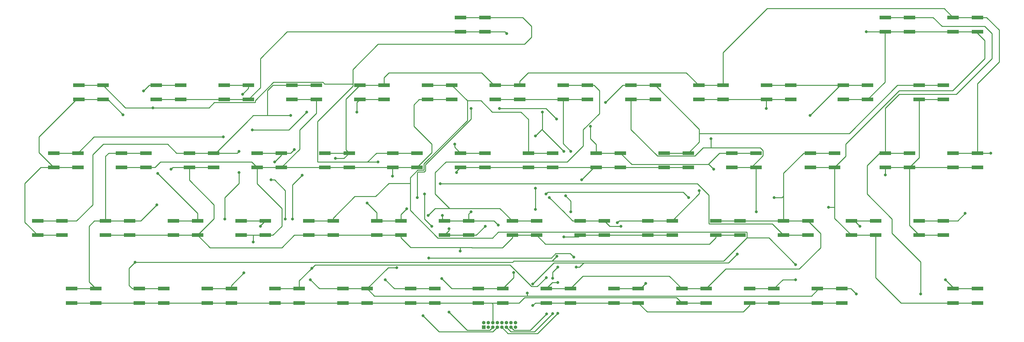
<source format=gbl>
G04 #@! TF.GenerationSoftware,KiCad,Pcbnew,(5.1.10)-1*
G04 #@! TF.CreationDate,2021-10-26T21:43:45-04:00*
G04 #@! TF.ProjectId,CoCo3SwitchBoard,436f436f-3353-4776-9974-6368426f6172,1.0*
G04 #@! TF.SameCoordinates,Original*
G04 #@! TF.FileFunction,Copper,L2,Bot*
G04 #@! TF.FilePolarity,Positive*
%FSLAX46Y46*%
G04 Gerber Fmt 4.6, Leading zero omitted, Abs format (unit mm)*
G04 Created by KiCad (PCBNEW (5.1.10)-1) date 2021-10-26 21:43:45*
%MOMM*%
%LPD*%
G01*
G04 APERTURE LIST*
G04 #@! TA.AperFunction,ComponentPad*
%ADD10O,1.000000X1.000000*%
G04 #@! TD*
G04 #@! TA.AperFunction,ComponentPad*
%ADD11R,1.000000X1.000000*%
G04 #@! TD*
G04 #@! TA.AperFunction,SMDPad,CuDef*
%ADD12R,3.200000X1.000000*%
G04 #@! TD*
G04 #@! TA.AperFunction,ViaPad*
%ADD13C,0.800000*%
G04 #@! TD*
G04 #@! TA.AperFunction,Conductor*
%ADD14C,0.250000*%
G04 #@! TD*
G04 APERTURE END LIST*
D10*
X144449800Y-2030000D03*
X144449800Y-3300000D03*
X143179800Y-2030000D03*
X143179800Y-3300000D03*
X141909800Y-2030000D03*
X141909800Y-3300000D03*
X140639800Y-2030000D03*
X140639800Y-3300000D03*
X139369800Y-2030000D03*
X139369800Y-3300000D03*
X138099800Y-2030000D03*
X138099800Y-3300000D03*
X136829800Y-2030000D03*
X136829800Y-3300000D03*
X135559800Y-2030000D03*
D11*
X135559800Y-3300000D03*
D12*
X243150000Y64500000D03*
X236350000Y64500000D03*
X236350000Y60500000D03*
X243150000Y60500000D03*
X28900000Y64500000D03*
X22100000Y64500000D03*
X22100000Y60500000D03*
X28900000Y60500000D03*
X221650000Y64500000D03*
X214850000Y64500000D03*
X214850000Y60500000D03*
X221650000Y60500000D03*
X140900000Y7500000D03*
X134100000Y7500000D03*
X134100000Y3500000D03*
X140900000Y3500000D03*
X135900000Y83500000D03*
X129100000Y83500000D03*
X129100000Y79500000D03*
X135900000Y79500000D03*
X55400000Y26500000D03*
X48600000Y26500000D03*
X48600000Y22500000D03*
X55400000Y22500000D03*
X188400000Y26500000D03*
X181600000Y26500000D03*
X181600000Y22500000D03*
X188400000Y22500000D03*
X116900000Y45500000D03*
X110100000Y45500000D03*
X110100000Y41500000D03*
X116900000Y41500000D03*
X273900000Y83500000D03*
X267100000Y83500000D03*
X267100000Y79500000D03*
X273900000Y79500000D03*
X202650000Y64500000D03*
X195850000Y64500000D03*
X195850000Y60500000D03*
X202650000Y60500000D03*
X121900000Y7500000D03*
X115100000Y7500000D03*
X115100000Y3500000D03*
X121900000Y3500000D03*
X273900000Y45500000D03*
X267100000Y45500000D03*
X267100000Y41500000D03*
X273900000Y41500000D03*
X107650000Y64500000D03*
X100850000Y64500000D03*
X100850000Y60500000D03*
X107650000Y60500000D03*
X145650000Y64500000D03*
X138850000Y64500000D03*
X138850000Y60500000D03*
X145650000Y60500000D03*
X97900000Y45500000D03*
X91100000Y45500000D03*
X91100000Y41500000D03*
X97900000Y41500000D03*
X254900000Y83500000D03*
X248100000Y83500000D03*
X248100000Y79500000D03*
X254900000Y79500000D03*
X235900000Y7500000D03*
X229100000Y7500000D03*
X229100000Y3500000D03*
X235900000Y3500000D03*
X102900000Y7500000D03*
X96100000Y7500000D03*
X96100000Y3500000D03*
X102900000Y3500000D03*
X254900000Y45500000D03*
X248100000Y45500000D03*
X248100000Y41500000D03*
X254900000Y41500000D03*
X150400000Y26500000D03*
X143600000Y26500000D03*
X143600000Y22500000D03*
X150400000Y22500000D03*
X164650000Y64500000D03*
X157850000Y64500000D03*
X157850000Y60500000D03*
X164650000Y60500000D03*
X74400000Y26500000D03*
X67600000Y26500000D03*
X67600000Y22500000D03*
X74400000Y22500000D03*
X21900000Y45500000D03*
X15100000Y45500000D03*
X15100000Y41500000D03*
X21900000Y41500000D03*
X183650000Y64500000D03*
X176850000Y64500000D03*
X176850000Y60500000D03*
X183650000Y60500000D03*
X83900000Y7500000D03*
X77100000Y7500000D03*
X77100000Y3500000D03*
X83900000Y3500000D03*
X264400000Y64500000D03*
X257600000Y64500000D03*
X257600000Y60500000D03*
X264400000Y60500000D03*
X112400000Y26500000D03*
X105600000Y26500000D03*
X105600000Y22500000D03*
X112400000Y22500000D03*
X192900000Y45500000D03*
X186100000Y45500000D03*
X186100000Y41500000D03*
X192900000Y41500000D03*
X78900000Y45500000D03*
X72100000Y45500000D03*
X72100000Y41500000D03*
X78900000Y41500000D03*
X17400000Y26500000D03*
X10600000Y26500000D03*
X10600000Y22500000D03*
X17400000Y22500000D03*
X211900000Y45500000D03*
X205100000Y45500000D03*
X205100000Y41500000D03*
X211900000Y41500000D03*
X64900000Y7500000D03*
X58100000Y7500000D03*
X58100000Y3500000D03*
X64900000Y3500000D03*
X264400000Y26500000D03*
X257600000Y26500000D03*
X257600000Y22500000D03*
X264400000Y22500000D03*
X59900000Y45500000D03*
X53100000Y45500000D03*
X53100000Y41500000D03*
X59900000Y41500000D03*
X173900000Y45500000D03*
X167100000Y45500000D03*
X167100000Y41500000D03*
X173900000Y41500000D03*
X88650000Y64500000D03*
X81850000Y64500000D03*
X81850000Y60500000D03*
X88650000Y60500000D03*
X273900000Y7500000D03*
X267100000Y7500000D03*
X267100000Y3500000D03*
X273900000Y3500000D03*
X216900000Y7500000D03*
X210100000Y7500000D03*
X210100000Y3500000D03*
X216900000Y3500000D03*
X45900000Y7500000D03*
X39100000Y7500000D03*
X39100000Y3500000D03*
X45900000Y3500000D03*
X50650000Y64500000D03*
X43850000Y64500000D03*
X43850000Y60500000D03*
X50650000Y60500000D03*
X93400000Y26500000D03*
X86600000Y26500000D03*
X86600000Y22500000D03*
X93400000Y22500000D03*
X154900000Y45500000D03*
X148100000Y45500000D03*
X148100000Y41500000D03*
X154900000Y41500000D03*
X126650000Y64500000D03*
X119850000Y64500000D03*
X119850000Y60500000D03*
X126650000Y60500000D03*
X245400000Y26500000D03*
X238600000Y26500000D03*
X238600000Y22500000D03*
X245400000Y22500000D03*
X178900000Y7500000D03*
X172100000Y7500000D03*
X172100000Y3500000D03*
X178900000Y3500000D03*
X26900000Y7500000D03*
X20100000Y7500000D03*
X20100000Y3500000D03*
X26900000Y3500000D03*
X131400000Y26500000D03*
X124600000Y26500000D03*
X124600000Y22500000D03*
X131400000Y22500000D03*
X36400000Y26500000D03*
X29600000Y26500000D03*
X29600000Y22500000D03*
X36400000Y22500000D03*
X169400000Y26500000D03*
X162600000Y26500000D03*
X162600000Y22500000D03*
X169400000Y22500000D03*
X40900000Y45500000D03*
X34100000Y45500000D03*
X34100000Y41500000D03*
X40900000Y41500000D03*
X233900000Y45500000D03*
X227100000Y45500000D03*
X227100000Y41500000D03*
X233900000Y41500000D03*
X159900000Y7500000D03*
X153100000Y7500000D03*
X153100000Y3500000D03*
X159900000Y3500000D03*
X197900000Y7500000D03*
X191100000Y7500000D03*
X191100000Y3500000D03*
X197900000Y3500000D03*
X69650000Y64500000D03*
X62850000Y64500000D03*
X62850000Y60500000D03*
X69650000Y60500000D03*
X207400000Y26500000D03*
X200600000Y26500000D03*
X200600000Y22500000D03*
X207400000Y22500000D03*
X135900000Y45500000D03*
X129100000Y45500000D03*
X129100000Y41500000D03*
X135900000Y41500000D03*
X226400000Y26500000D03*
X219600000Y26500000D03*
X219600000Y22500000D03*
X226400000Y22500000D03*
D13*
X227000000Y56000000D03*
X196000000Y35000000D03*
X173000000Y26000000D03*
X144000000Y12000000D03*
X121000000Y25000000D03*
X119000000Y34000000D03*
X106000000Y43000000D03*
X42900000Y58200000D03*
X44200000Y39800000D03*
X123800000Y10300000D03*
X108000000Y10000000D03*
X82000000Y27000000D03*
X94000000Y44000000D03*
X84700000Y39300000D03*
X277700000Y45500000D03*
X258000000Y6000000D03*
X240000000Y6000000D03*
X240000000Y6000000D03*
X120000000Y28000000D03*
X87000000Y10000000D03*
X73000000Y25000000D03*
X111200004Y13400000D03*
X147800000Y6300000D03*
X117000000Y33000000D03*
X77000000Y43000000D03*
X80000000Y27000000D03*
X76000000Y38000000D03*
X155999982Y55000000D03*
X140000000Y58000004D03*
X132000000Y58000024D03*
X62600000Y50000000D03*
X82500000Y46500000D03*
X87400000Y13200000D03*
X102900000Y31500000D03*
X114000004Y29900000D03*
X169700000Y59699998D03*
X153200000Y400000D03*
X153100000Y10600000D03*
X200000000Y41000000D03*
X63000000Y27000000D03*
X67000000Y40000000D03*
X152000000Y57000000D03*
X158000000Y46000000D03*
X81500000Y55999990D03*
X66999992Y46000000D03*
X68400000Y11900000D03*
X165500001Y53000001D03*
X270499998Y28600000D03*
X150100000Y29700000D03*
X150100000Y35600000D03*
X150100000Y50300000D03*
X265000000Y10000000D03*
X223000000Y10000000D03*
X223000000Y14250000D03*
X40300000Y62900000D03*
X37900000Y14900000D03*
X154900000Y500000D03*
X154900000Y10400000D03*
X156300000Y13500000D03*
X156100000Y16600000D03*
X181000000Y9000000D03*
X174000000Y25000000D03*
X241000000Y25000000D03*
X154000000Y33000000D03*
X132000000Y29000000D03*
X44000000Y31000000D03*
X124000000Y28000000D03*
X139700000Y25300000D03*
X217000000Y33000000D03*
X193000000Y33000000D03*
X153000000Y34000000D03*
X68000000Y62000000D03*
X127440000Y48000000D03*
X156300000Y600000D03*
X156300000Y9200000D03*
X34500000Y56250000D03*
X242750000Y79500000D03*
X232200000Y30275000D03*
X212000000Y29000000D03*
X199250000Y49500000D03*
X214750000Y58000000D03*
X206600000Y17200000D03*
X149325010Y2788442D03*
X149325010Y8809926D03*
X118600000Y-100000D03*
X120200000Y16100000D03*
X160800000Y16300000D03*
X161500000Y13500000D03*
X136000000Y25000000D03*
X142000000Y79000000D03*
X248100006Y39400000D03*
X125900000Y900000D03*
X125900000Y24300000D03*
X48000000Y41000000D03*
X86000000Y57000000D03*
X100000000Y57000000D03*
X70750000Y52000000D03*
X129000000Y18000000D03*
X163000000Y38000000D03*
X160000000Y29000000D03*
X158000000Y22000000D03*
X160000000Y46000000D03*
X158499998Y33500000D03*
X128000000Y40000000D03*
X110000000Y39000000D03*
X123400000Y36900000D03*
X71000000Y20600000D03*
D14*
X243150000Y64500000D02*
X236350000Y64500000D01*
X236350000Y64500000D02*
X221650000Y64500000D01*
X221650000Y64500000D02*
X214850000Y64500000D01*
X135900000Y83500000D02*
X129100000Y83500000D01*
X28900000Y64500000D02*
X22100000Y64500000D01*
X188400000Y26500000D02*
X181600000Y26500000D01*
X55400000Y26500000D02*
X48600000Y26500000D01*
X110100000Y45500000D02*
X116900000Y45500000D01*
X134100000Y7500000D02*
X140900000Y7500000D01*
X235500000Y64500000D02*
X227000000Y56000000D01*
X236350000Y64500000D02*
X235500000Y64500000D01*
X196000000Y34100000D02*
X188400000Y26500000D01*
X196000000Y35000000D02*
X196000000Y34100000D01*
X149000000Y81000000D02*
X146500000Y83500000D01*
X149000000Y78000000D02*
X149000000Y81000000D01*
X147000000Y76000000D02*
X149000000Y78000000D01*
X106000000Y76000000D02*
X147000000Y76000000D01*
X98924999Y68924999D02*
X106000000Y76000000D01*
X98924999Y64288589D02*
X98924999Y68924999D01*
X89000000Y54363590D02*
X98924999Y64288589D01*
X103000000Y43000000D02*
X89000000Y43000000D01*
X89000000Y43000000D02*
X89000000Y54363590D01*
X105500000Y45500000D02*
X103000000Y43000000D01*
X146500000Y83500000D02*
X135900000Y83500000D01*
X110100000Y45500000D02*
X105500000Y45500000D01*
X173500000Y26500000D02*
X173000000Y26000000D01*
X181600000Y26500000D02*
X173500000Y26500000D01*
X144000000Y10600000D02*
X140900000Y7500000D01*
X144000000Y12000000D02*
X144000000Y10600000D01*
X119000000Y27000000D02*
X119000000Y34000000D01*
X121000000Y25000000D02*
X119000000Y27000000D01*
X106000000Y43000000D02*
X103000000Y43000000D01*
X98835002Y64835002D02*
X98924999Y64924999D01*
X91000000Y64835002D02*
X98835002Y64835002D01*
X90510001Y65325001D02*
X91000000Y64835002D01*
X71575001Y59739999D02*
X71575001Y60211411D01*
X71510001Y59674999D02*
X71575001Y59739999D01*
X60074999Y59674999D02*
X71510001Y59674999D01*
X58600000Y58200000D02*
X60074999Y59674999D01*
X71575001Y60211411D02*
X76688591Y65325001D01*
X76688591Y65325001D02*
X90510001Y65325001D01*
X28900000Y64500000D02*
X35200000Y58200000D01*
X35200000Y58200000D02*
X42900000Y58200000D01*
X42900000Y58200000D02*
X58600000Y58200000D01*
X55400000Y28600000D02*
X44200000Y39800000D01*
X55400000Y26500000D02*
X55400000Y28600000D01*
X134100000Y7500000D02*
X126600000Y7500000D01*
X126600000Y7500000D02*
X123800000Y10300000D01*
X273900000Y83500000D02*
X267100000Y83500000D01*
X267100000Y83500000D02*
X264600000Y86000000D01*
X264600000Y86000000D02*
X215000000Y86000000D01*
X202650000Y73650000D02*
X202650000Y64500000D01*
X215000000Y86000000D02*
X202650000Y73650000D01*
X202650000Y64500000D02*
X195850000Y64500000D01*
X273900000Y45500000D02*
X267100000Y45500000D01*
X145650000Y64500000D02*
X139500000Y64500000D01*
X107650000Y64500000D02*
X100850000Y64500000D01*
X107650000Y64500000D02*
X107650000Y66650000D01*
X107650000Y66650000D02*
X109000000Y68000000D01*
X109000000Y68000000D02*
X135000000Y68000000D01*
X138500000Y64500000D02*
X138850000Y64500000D01*
X135000000Y68000000D02*
X138500000Y64500000D01*
X97900000Y45500000D02*
X91100000Y45500000D01*
X121900000Y7500000D02*
X115100000Y7500000D01*
X100850000Y64500000D02*
X97000000Y60650000D01*
X97000000Y46400000D02*
X97900000Y45500000D01*
X97000000Y60650000D02*
X97000000Y46400000D01*
X145650000Y64500000D02*
X145650000Y65650000D01*
X145650000Y65650000D02*
X148000000Y68000000D01*
X192350000Y68000000D02*
X195850000Y64500000D01*
X148000000Y68000000D02*
X192350000Y68000000D01*
X273900000Y64900000D02*
X273900000Y45500000D01*
X280000000Y71000000D02*
X273900000Y64900000D01*
X280000000Y80000000D02*
X280000000Y71000000D01*
X276500000Y83500000D02*
X280000000Y80000000D01*
X273900000Y83500000D02*
X276500000Y83500000D01*
X110500000Y7500000D02*
X108000000Y10000000D01*
X115100000Y7500000D02*
X110500000Y7500000D01*
X96400000Y44000000D02*
X97900000Y45500000D01*
X94000000Y44000000D02*
X96400000Y44000000D01*
X82000000Y27000000D02*
X82000000Y36600000D01*
X82000000Y36600000D02*
X84700000Y39300000D01*
X277700000Y45500000D02*
X273900000Y45500000D01*
X254900000Y83500000D02*
X248100000Y83500000D01*
X157850000Y64500000D02*
X164650000Y64500000D01*
X150400000Y26500000D02*
X143500000Y26500000D01*
X74400000Y26500000D02*
X67600000Y26500000D01*
X254900000Y45500000D02*
X248100000Y45500000D01*
X96100000Y7500000D02*
X102900000Y7500000D01*
X235900000Y7500000D02*
X229100000Y7500000D01*
X126000000Y30000000D02*
X140100000Y30000000D01*
X140100000Y30000000D02*
X143600000Y26500000D01*
X248100000Y58100000D02*
X248100000Y45500000D01*
X268000000Y62000000D02*
X252000000Y62000000D01*
X278000000Y72000000D02*
X268000000Y62000000D01*
X252000000Y62000000D02*
X248100000Y58100000D01*
X278000000Y79000000D02*
X278000000Y72000000D01*
X276000000Y81000000D02*
X278000000Y79000000D01*
X264000000Y81000000D02*
X276000000Y81000000D01*
X261500000Y83500000D02*
X264000000Y81000000D01*
X254900000Y83500000D02*
X261500000Y83500000D01*
X248100000Y45500000D02*
X246500000Y45500000D01*
X246500000Y45500000D02*
X243000000Y42000000D01*
X243000000Y42000000D02*
X243000000Y34000000D01*
X250000000Y27000000D02*
X250000000Y23000000D01*
X243000000Y34000000D02*
X250000000Y27000000D01*
X250000000Y23000000D02*
X258000000Y15000000D01*
X258000000Y15000000D02*
X258000000Y6000000D01*
X238500000Y7500000D02*
X240000000Y6000000D01*
X235900000Y7500000D02*
X238500000Y7500000D01*
X122000000Y30000000D02*
X120000000Y28000000D01*
X126000000Y30000000D02*
X122000000Y30000000D01*
X229100000Y7500000D02*
X229100000Y7100000D01*
X104949991Y5450009D02*
X102900000Y7500000D01*
X229100000Y7100000D02*
X227450009Y5450009D01*
X89500000Y7500000D02*
X87000000Y10000000D01*
X96100000Y7500000D02*
X89500000Y7500000D01*
X73000000Y25100000D02*
X74400000Y26500000D01*
X73000000Y25000000D02*
X73000000Y25100000D01*
X166500000Y64500000D02*
X168000000Y63000000D01*
X164650000Y64500000D02*
X166500000Y64500000D01*
X122000000Y40000000D02*
X122000000Y34000000D01*
X163474998Y47474998D02*
X159000000Y43000000D01*
X122000000Y34000000D02*
X126000000Y30000000D01*
X163474998Y52048002D02*
X163474998Y47474998D01*
X168000000Y63000000D02*
X168000000Y56573004D01*
X125000000Y43000000D02*
X122000000Y40000000D01*
X159000000Y43000000D02*
X125000000Y43000000D01*
X168000000Y56573004D02*
X163474998Y52048002D01*
X102900000Y7500000D02*
X108800000Y13400000D01*
X108800000Y13400000D02*
X111200004Y13400000D01*
X143250009Y5450009D02*
X104949991Y5450009D01*
X147800000Y5500000D02*
X147849991Y5450009D01*
X147800000Y6300000D02*
X147800000Y5500000D01*
X147849991Y5450009D02*
X143250009Y5450009D01*
X227450009Y5450009D02*
X147849991Y5450009D01*
X257600000Y64500000D02*
X264400000Y64500000D01*
X196000000Y52150000D02*
X183650000Y64500000D01*
X196000000Y51000000D02*
X196000000Y52150000D01*
X196000000Y48600000D02*
X192900000Y45500000D01*
X196000000Y51000000D02*
X196000000Y48600000D01*
X192900000Y45500000D02*
X186100000Y45500000D01*
X183650000Y64500000D02*
X176850000Y64500000D01*
X15100000Y45500000D02*
X21900000Y45500000D01*
X105600000Y26500000D02*
X112400000Y26500000D01*
X72100000Y45500000D02*
X78900000Y45500000D01*
X83900000Y7500000D02*
X77100000Y7500000D01*
X238000000Y51000000D02*
X196000000Y51000000D01*
X251500000Y64500000D02*
X238000000Y51000000D01*
X257600000Y64500000D02*
X251500000Y64500000D01*
X78900000Y44900000D02*
X78900000Y45500000D01*
X77000000Y43000000D02*
X78900000Y44900000D01*
X80000000Y27000000D02*
X80000000Y35000000D01*
X77000000Y38000000D02*
X76000000Y38000000D01*
X80000000Y35000000D02*
X77000000Y38000000D01*
X155999982Y55000000D02*
X152999978Y58000004D01*
X152999978Y58000004D02*
X140000000Y58000004D01*
X132000000Y55000000D02*
X132000000Y58000024D01*
X119275012Y42275012D02*
X132000000Y55000000D01*
X117000000Y33000000D02*
X117000000Y40000000D01*
X117000000Y40000000D02*
X117224988Y40224988D01*
X119275012Y40553599D02*
X119275012Y42275012D01*
X117224988Y40224988D02*
X118946401Y40224988D01*
X118946401Y40224988D02*
X119275012Y40553599D01*
X26400000Y50000000D02*
X62600000Y50000000D01*
X21900000Y45500000D02*
X26400000Y50000000D01*
X81500000Y45500000D02*
X78900000Y45500000D01*
X82500000Y46500000D02*
X81500000Y45500000D01*
X83900000Y7500000D02*
X83900000Y9700000D01*
X105600000Y28800000D02*
X102900000Y31500000D01*
X105600000Y26500000D02*
X105600000Y28800000D01*
X112400000Y26500000D02*
X112400000Y28299996D01*
X112400000Y28299996D02*
X114000004Y29900000D01*
X176850000Y64500000D02*
X174500002Y64500000D01*
X174500002Y64500000D02*
X169700000Y59699998D01*
X142948001Y14125001D02*
X88325001Y14125001D01*
X88325001Y14125001D02*
X87050000Y12850000D01*
X148988077Y8084925D02*
X142948001Y14125001D01*
X150584925Y8084925D02*
X148988077Y8084925D01*
X153100000Y10600000D02*
X150584925Y8084925D01*
X87050000Y12850000D02*
X87400000Y13200000D01*
X83900000Y9700000D02*
X87050000Y12850000D01*
X144029767Y-4149967D02*
X148650033Y-4149967D01*
X143179800Y-3300000D02*
X144029767Y-4149967D01*
X148650033Y-4149967D02*
X153200000Y400000D01*
X264400000Y26500000D02*
X257600000Y26500000D01*
X167100000Y45500000D02*
X173900000Y45500000D01*
X205100000Y45500000D02*
X211900000Y45500000D01*
X10600000Y26500000D02*
X17500000Y26500000D01*
X53100000Y45500000D02*
X59900000Y45500000D01*
X64900000Y7500000D02*
X58100000Y7500000D01*
X21500000Y26500000D02*
X17400000Y26500000D01*
X26000000Y31000000D02*
X21500000Y26500000D01*
X26000000Y45000000D02*
X26000000Y31000000D01*
X29000000Y48000000D02*
X26000000Y45000000D01*
X47000000Y48000000D02*
X29000000Y48000000D01*
X49500000Y45500000D02*
X47000000Y48000000D01*
X53100000Y45500000D02*
X49500000Y45500000D01*
X81850000Y64500000D02*
X76500000Y64500000D01*
X76500000Y64500000D02*
X75000000Y63000000D01*
X75000000Y63000000D02*
X75000000Y56000000D01*
X88650000Y64500000D02*
X81850000Y64500000D01*
X211900000Y45500000D02*
X201635000Y45500000D01*
X198460001Y42325001D02*
X201635000Y45500000D01*
X177074999Y42325001D02*
X198460001Y42325001D01*
X173900000Y45500000D02*
X177074999Y42325001D01*
X198674999Y42325001D02*
X198460001Y42325001D01*
X200000000Y41000000D02*
X198674999Y42325001D01*
X63000000Y27000000D02*
X63000000Y33000000D01*
X67000000Y37000000D02*
X67000000Y40000000D01*
X63000000Y33000000D02*
X67000000Y37000000D01*
X152000000Y52000000D02*
X158000000Y46000000D01*
X75000000Y56000000D02*
X81499990Y56000000D01*
X81499990Y56000000D02*
X81500000Y55999990D01*
X60500000Y45500000D02*
X59900000Y45500000D01*
X75000000Y56000000D02*
X71000000Y56000000D01*
X69125000Y54125000D02*
X60500000Y45500000D01*
X71000000Y56000000D02*
X69125000Y54125000D01*
X69125000Y54125000D02*
X66999992Y51999992D01*
X66499992Y45500000D02*
X66999992Y46000000D01*
X59900000Y45500000D02*
X66499992Y45500000D01*
X64900000Y7500000D02*
X64900000Y8400000D01*
X64900000Y8400000D02*
X68400000Y11900000D01*
X165500001Y49499999D02*
X165500001Y53000001D01*
X167100000Y47900000D02*
X165500001Y49499999D01*
X167100000Y45500000D02*
X167100000Y47900000D01*
X264400000Y26500000D02*
X268399998Y26500000D01*
X268399998Y26500000D02*
X270499998Y28600000D01*
X150100000Y29700000D02*
X150100000Y35600000D01*
X152000000Y52200000D02*
X152000000Y52500000D01*
X152000000Y52500000D02*
X152000000Y52000000D01*
X150100000Y50300000D02*
X152000000Y52200000D01*
X152000000Y57000000D02*
X152000000Y52500000D01*
X126650000Y64500000D02*
X119850000Y64500000D01*
X50650000Y64500000D02*
X43500000Y64500000D01*
X93400000Y26500000D02*
X86600000Y26500000D01*
X148100000Y45500000D02*
X154900000Y45500000D01*
X39100000Y7500000D02*
X45900000Y7500000D01*
X210100000Y7500000D02*
X216900000Y7500000D01*
X273900000Y7500000D02*
X267100000Y7500000D01*
X122739999Y21674999D02*
X115000000Y29414998D01*
X138038589Y21674999D02*
X122739999Y21674999D01*
X50650000Y64500000D02*
X45164998Y64500000D01*
X139688591Y23325001D02*
X138038589Y21674999D01*
X209325001Y21739999D02*
X209325001Y23260001D01*
X209325001Y23260001D02*
X209260001Y23325001D01*
X209260001Y23325001D02*
X139688591Y23325001D01*
X115000000Y29414998D02*
X115000000Y37000000D01*
X267100000Y7900000D02*
X265000000Y10000000D01*
X267100000Y7500000D02*
X267100000Y7900000D01*
X219400000Y10000000D02*
X216900000Y7500000D01*
X223000000Y10000000D02*
X219400000Y10000000D01*
X131000000Y60150000D02*
X126650000Y64500000D01*
X118825001Y42461411D02*
X131000000Y54636410D01*
X118825001Y40739999D02*
X118825001Y42461411D01*
X117038588Y40674999D02*
X118760001Y40674999D01*
X115000000Y38636411D02*
X117038588Y40674999D01*
X115000000Y37000000D02*
X115000000Y38636411D01*
X118760001Y40674999D02*
X118825001Y40739999D01*
X131000000Y54636410D02*
X131000000Y60150000D01*
X148100000Y54900000D02*
X148100000Y45500000D01*
X146000000Y57000000D02*
X148100000Y54900000D01*
X138000000Y57000000D02*
X146000000Y57000000D01*
X134850000Y60150000D02*
X138000000Y57000000D01*
X131000000Y60150000D02*
X134850000Y60150000D01*
X215510001Y21739999D02*
X223000000Y14250000D01*
X209325001Y21739999D02*
X215510001Y21739999D01*
X41900000Y64500000D02*
X40300000Y62900000D01*
X43850000Y64500000D02*
X41900000Y64500000D01*
X105325002Y33325002D02*
X109000000Y37000000D01*
X99475002Y33325002D02*
X105325002Y33325002D01*
X93400000Y26500000D02*
X93400000Y27250000D01*
X93400000Y27250000D02*
X99475002Y33325002D01*
X109000000Y37000000D02*
X115000000Y37000000D01*
X39100000Y7500000D02*
X37100000Y7500000D01*
X37100000Y7500000D02*
X36200000Y8400000D01*
X36200000Y13200000D02*
X37900000Y14900000D01*
X36200000Y8400000D02*
X36200000Y13200000D01*
X37900000Y14900000D02*
X91800000Y14900000D01*
X202785001Y15199999D02*
X209325001Y21739999D01*
X143700000Y14900000D02*
X144000001Y15199999D01*
X91800000Y14900000D02*
X143700000Y14900000D01*
X154900000Y12100000D02*
X156300000Y13500000D01*
X154900000Y10400000D02*
X154900000Y12100000D01*
X155700001Y16199999D02*
X154700001Y15199999D01*
X156100000Y16600000D02*
X155700001Y16199999D01*
X154700001Y15199999D02*
X202785001Y15199999D01*
X144000001Y15199999D02*
X154700001Y15199999D01*
X149800022Y-4599978D02*
X154900000Y500000D01*
X141909800Y-3300000D02*
X143209778Y-4599978D01*
X143209778Y-4599978D02*
X149800022Y-4599978D01*
X245400000Y26500000D02*
X238600000Y26500000D01*
X29600000Y26500000D02*
X36400000Y26500000D01*
X169400000Y26500000D02*
X162600000Y26500000D01*
X131400000Y26500000D02*
X124600000Y26500000D01*
X34100000Y45500000D02*
X40900000Y45500000D01*
X20100000Y7500000D02*
X26900000Y7500000D01*
X178900000Y7500000D02*
X172100000Y7500000D01*
X34100000Y45500000D02*
X30500000Y45500000D01*
X29600000Y44600000D02*
X29600000Y26500000D01*
X30500000Y45500000D02*
X29600000Y44600000D01*
X29600000Y26500000D02*
X26500000Y26500000D01*
X26500000Y26500000D02*
X25000000Y25000000D01*
X25000000Y9400000D02*
X26900000Y7500000D01*
X25000000Y25000000D02*
X25000000Y9400000D01*
X179500000Y7500000D02*
X181000000Y9000000D01*
X178900000Y7500000D02*
X179500000Y7500000D01*
X170900000Y25000000D02*
X169400000Y26500000D01*
X174000000Y25000000D02*
X170900000Y25000000D01*
X239500000Y26500000D02*
X241000000Y25000000D01*
X238600000Y26500000D02*
X239500000Y26500000D01*
X162600000Y26500000D02*
X160500000Y26500000D01*
X131400000Y28400000D02*
X131400000Y26500000D01*
X132000000Y29000000D02*
X131400000Y28400000D01*
X39500000Y26500000D02*
X44000000Y31000000D01*
X36400000Y26500000D02*
X39500000Y26500000D01*
X124000000Y27100000D02*
X124600000Y26500000D01*
X124000000Y28000000D02*
X124000000Y27100000D01*
X138500000Y26500000D02*
X139700000Y25300000D01*
X131400000Y26500000D02*
X138500000Y26500000D01*
X158000000Y29000000D02*
X154000000Y33000000D01*
X160500000Y26500000D02*
X158000000Y29000000D01*
X62850000Y64500000D02*
X69650000Y64500000D01*
X207400000Y26500000D02*
X200600000Y26500000D01*
X129100000Y45500000D02*
X135900000Y45500000D01*
X233900000Y45500000D02*
X227100000Y45500000D01*
X153100000Y7500000D02*
X159900000Y7500000D01*
X191100000Y7500000D02*
X197900000Y7500000D01*
X225250000Y45500000D02*
X219600000Y39850000D01*
X227100000Y45500000D02*
X225250000Y45500000D01*
X219600000Y26500000D02*
X226400000Y26500000D01*
X219600000Y26500000D02*
X207400000Y26500000D01*
X191100000Y7500000D02*
X187600000Y11000000D01*
X163400000Y11000000D02*
X159900000Y7500000D01*
X187600000Y11000000D02*
X163400000Y11000000D01*
X226400000Y26500000D02*
X230000000Y22900000D01*
X230000000Y22900000D02*
X230000000Y19000000D01*
X230000000Y19000000D02*
X224000000Y13000000D01*
X203400000Y13000000D02*
X197900000Y7500000D01*
X224000000Y13000000D02*
X203400000Y13000000D01*
X217000000Y33000000D02*
X219200000Y33000000D01*
X219200000Y33000000D02*
X219600000Y33400000D01*
X219600000Y33400000D02*
X219600000Y26500000D01*
X219600000Y39850000D02*
X219600000Y33400000D01*
X69650000Y63650000D02*
X68000000Y62000000D01*
X69650000Y64500000D02*
X69650000Y63650000D01*
X127440000Y47160000D02*
X129100000Y45500000D01*
X127440000Y48000000D02*
X127440000Y47160000D01*
X153525002Y34525002D02*
X191474998Y34525002D01*
X191474998Y34525002D02*
X192600001Y33399999D01*
X153000000Y34000000D02*
X153525002Y34525002D01*
X192600001Y33399999D02*
X193000000Y33000000D01*
X154800000Y9200000D02*
X153100000Y7500000D01*
X156300000Y9200000D02*
X154800000Y9200000D01*
X140639800Y-3300000D02*
X142389789Y-5049989D01*
X150650011Y-5049989D02*
X156300000Y600000D01*
X142389789Y-5049989D02*
X150650011Y-5049989D01*
X273900000Y79500000D02*
X267100000Y79500000D01*
X267100000Y79500000D02*
X254900000Y79500000D01*
X254900000Y79500000D02*
X248100000Y79500000D01*
X273900000Y3500000D02*
X267100000Y3500000D01*
X267100000Y3500000D02*
X252500000Y3500000D01*
X245400000Y10600000D02*
X245400000Y22500000D01*
X252500000Y3500000D02*
X245400000Y10600000D01*
X245400000Y22500000D02*
X238600000Y22500000D01*
X22100000Y60500000D02*
X28900000Y60500000D01*
X21900000Y41500000D02*
X15100000Y41500000D01*
X10600000Y22500000D02*
X17400000Y22500000D01*
X227100000Y41500000D02*
X233900000Y41500000D01*
X238600000Y22500000D02*
X233900000Y27200000D01*
X15100000Y41500000D02*
X11500000Y41500000D01*
X11500000Y41500000D02*
X7000000Y37000000D01*
X7000000Y26100000D02*
X10600000Y22500000D01*
X7000000Y37000000D02*
X7000000Y26100000D01*
X11000000Y45600000D02*
X15100000Y41500000D01*
X11000000Y50000000D02*
X11000000Y45600000D01*
X21500000Y60500000D02*
X11000000Y50000000D01*
X22100000Y60500000D02*
X21500000Y60500000D01*
X236350000Y60500000D02*
X243150000Y60500000D01*
X248000000Y65350000D02*
X243150000Y60500000D01*
X248000000Y79000000D02*
X248000000Y65350000D01*
X248100000Y79100000D02*
X248000000Y79000000D01*
X248100000Y79500000D02*
X248100000Y79100000D01*
X248100000Y79500000D02*
X273500000Y79500000D01*
X273500000Y79500000D02*
X276000000Y77000000D01*
X276000000Y77000000D02*
X276000000Y72000000D01*
X276000000Y72000000D02*
X267000000Y63000000D01*
X267000000Y63000000D02*
X252000000Y63000000D01*
X252000000Y63000000D02*
X237000000Y48000000D01*
X237000000Y44600000D02*
X233900000Y41500000D01*
X237000000Y48000000D02*
X237000000Y44600000D01*
X30250000Y60500000D02*
X34500000Y56250000D01*
X28900000Y60500000D02*
X30250000Y60500000D01*
X242750000Y79500000D02*
X248100000Y79500000D01*
X233775000Y30275000D02*
X233900000Y30400000D01*
X232200000Y30275000D02*
X233775000Y30275000D01*
X233900000Y30400000D02*
X233900000Y41500000D01*
X233900000Y27200000D02*
X233900000Y30400000D01*
X221650000Y60500000D02*
X214850000Y60500000D01*
X214850000Y60500000D02*
X202650000Y60500000D01*
X202650000Y60500000D02*
X195850000Y60500000D01*
X183650000Y60500000D02*
X176850000Y60500000D01*
X211900000Y41500000D02*
X205100000Y41500000D01*
X159900000Y3500000D02*
X153100000Y3500000D01*
X172100000Y3500000D02*
X178900000Y3500000D01*
X216900000Y3500000D02*
X210100000Y3500000D01*
X229100000Y3500000D02*
X235900000Y3500000D01*
X229100000Y3500000D02*
X216900000Y3500000D01*
X210100000Y2750000D02*
X208350000Y1000000D01*
X210100000Y3500000D02*
X210100000Y2750000D01*
X181400000Y1000000D02*
X178900000Y3500000D01*
X208350000Y1000000D02*
X181400000Y1000000D01*
X172100000Y3500000D02*
X159900000Y3500000D01*
X184239999Y44674999D02*
X176850000Y52064998D01*
X197085002Y47000000D02*
X194760001Y44674999D01*
X176850000Y52064998D02*
X176850000Y60500000D01*
X213825001Y46260001D02*
X213085002Y47000000D01*
X194760001Y44674999D02*
X184239999Y44674999D01*
X213825001Y44739999D02*
X213825001Y46260001D01*
X210585002Y41500000D02*
X213825001Y44739999D01*
X205100000Y41500000D02*
X210585002Y41500000D01*
X211900000Y29100000D02*
X212000000Y29000000D01*
X211900000Y41500000D02*
X211900000Y29100000D01*
X199250000Y47000000D02*
X199250000Y49500000D01*
X213085002Y47000000D02*
X199250000Y47000000D01*
X199250000Y47000000D02*
X197085002Y47000000D01*
X214750000Y60400000D02*
X214850000Y60500000D01*
X214750000Y58000000D02*
X214750000Y60400000D01*
X206600000Y17200000D02*
X204136391Y14736391D01*
X153100000Y3500000D02*
X150036568Y3500000D01*
X155251475Y14736391D02*
X149325010Y8809926D01*
X150036568Y3500000D02*
X149325010Y2788442D01*
X123075010Y-4575010D02*
X118600000Y-100000D01*
X138094790Y-4575010D02*
X123075010Y-4575010D01*
X139369800Y-3300000D02*
X138094790Y-4575010D01*
X159774999Y17325001D02*
X160800000Y16300000D01*
X155751999Y17325001D02*
X159774999Y17325001D01*
X154526998Y16100000D02*
X155751999Y17325001D01*
X120200000Y16100000D02*
X154526998Y16100000D01*
X162400000Y13500000D02*
X163636391Y14736391D01*
X163636391Y14736391D02*
X155251475Y14736391D01*
X161500000Y13500000D02*
X162400000Y13500000D01*
X204136391Y14736391D02*
X163636391Y14736391D01*
X26900000Y3500000D02*
X20100000Y3500000D01*
X45900000Y3500000D02*
X39100000Y3500000D01*
X58100000Y3500000D02*
X64900000Y3500000D01*
X77100000Y3500000D02*
X83900000Y3500000D01*
X102900000Y3500000D02*
X96100000Y3500000D01*
X115100000Y3500000D02*
X121900000Y3500000D01*
X197900000Y3500000D02*
X191100000Y3500000D01*
X26900000Y3500000D02*
X39100000Y3500000D01*
X45900000Y3500000D02*
X58100000Y3500000D01*
X64900000Y3500000D02*
X77100000Y3500000D01*
X83900000Y3500000D02*
X96100000Y3500000D01*
X102900000Y3500000D02*
X115100000Y3500000D01*
X121900000Y3500000D02*
X134100000Y3500000D01*
X140900000Y3500000D02*
X145500000Y3500000D01*
X145500000Y3500000D02*
X147000000Y5000000D01*
X189600000Y5000000D02*
X191100000Y3500000D01*
X147000000Y5000000D02*
X189600000Y5000000D01*
X138099800Y3200200D02*
X137800000Y3500000D01*
X138099800Y-2030000D02*
X138099800Y3200200D01*
X137800000Y3500000D02*
X134100000Y3500000D01*
X140900000Y3500000D02*
X137800000Y3500000D01*
X264400000Y60500000D02*
X257600000Y60500000D01*
X257600000Y44200000D02*
X254900000Y41500000D01*
X257600000Y60500000D02*
X257600000Y44200000D01*
X254900000Y41500000D02*
X267100000Y41500000D01*
X267100000Y41500000D02*
X273900000Y41500000D01*
X254900000Y41500000D02*
X248100000Y41500000D01*
X254900000Y25200000D02*
X257600000Y22500000D01*
X254900000Y41500000D02*
X254900000Y25200000D01*
X257600000Y22500000D02*
X264400000Y22500000D01*
X129100000Y79500000D02*
X135900000Y79500000D01*
X69650000Y60500000D02*
X62850000Y60500000D01*
X62850000Y60500000D02*
X50650000Y60500000D01*
X50650000Y60500000D02*
X43850000Y60500000D01*
X124600000Y22500000D02*
X131400000Y22500000D01*
X129100000Y79500000D02*
X80500000Y79500000D01*
X80500000Y79500000D02*
X73000000Y72000000D01*
X73000000Y63850000D02*
X69650000Y60500000D01*
X73000000Y72000000D02*
X73000000Y63850000D01*
X267100000Y41500000D02*
X266500000Y41500000D01*
X133500000Y22500000D02*
X131400000Y22500000D01*
X136000000Y25000000D02*
X133500000Y22500000D01*
X141500000Y79500000D02*
X142000000Y79000000D01*
X135900000Y79500000D02*
X141500000Y79500000D01*
X248100000Y41500000D02*
X248100000Y39400006D01*
X248100000Y39400006D02*
X248100006Y39400000D01*
X130925001Y-4125001D02*
X125900000Y900000D01*
X137274799Y-4125001D02*
X130925001Y-4125001D01*
X138099800Y-3300000D02*
X137274799Y-4125001D01*
X125900000Y23800000D02*
X124600000Y22500000D01*
X125900000Y24300000D02*
X125900000Y23800000D01*
X107650000Y60500000D02*
X100850000Y60500000D01*
X29600000Y22500000D02*
X36400000Y22500000D01*
X48600000Y22500000D02*
X55400000Y22500000D01*
X36400000Y22500000D02*
X48600000Y22500000D01*
X86600000Y22500000D02*
X93400000Y22500000D01*
X105600000Y22500000D02*
X112400000Y22500000D01*
X143600000Y22500000D02*
X150400000Y22500000D01*
X200600000Y22500000D02*
X207400000Y22500000D01*
X59900000Y41500000D02*
X53100000Y41500000D01*
X200600000Y21750000D02*
X198850000Y20000000D01*
X200600000Y22500000D02*
X200600000Y21750000D01*
X152900000Y20000000D02*
X150400000Y22500000D01*
X198850000Y20000000D02*
X152900000Y20000000D01*
X105600000Y22500000D02*
X93400000Y22500000D01*
X86600000Y22500000D02*
X82500000Y22500000D01*
X82500000Y22500000D02*
X79000000Y19000000D01*
X58900000Y19000000D02*
X55400000Y22500000D01*
X79000000Y19000000D02*
X58900000Y19000000D01*
X53100000Y41500000D02*
X53100000Y37900000D01*
X53100000Y37900000D02*
X60000000Y31000000D01*
X60000000Y27100000D02*
X55400000Y22500000D01*
X60000000Y31000000D02*
X60000000Y27100000D01*
X48500000Y41500000D02*
X48000000Y41000000D01*
X53100000Y41500000D02*
X48500000Y41500000D01*
X100000000Y59650000D02*
X100850000Y60500000D01*
X100000000Y57000000D02*
X100000000Y59650000D01*
X81000000Y52000000D02*
X70750000Y52000000D01*
X86000000Y57000000D02*
X81000000Y52000000D01*
X112400000Y21750000D02*
X112400000Y22500000D01*
X132273002Y19000000D02*
X132248001Y19025001D01*
X143600000Y21750000D02*
X140850000Y19000000D01*
X115124999Y19025001D02*
X112400000Y21750000D01*
X143600000Y22500000D02*
X143600000Y21750000D01*
X137000000Y19000000D02*
X132273002Y19000000D01*
X140850000Y19000000D02*
X137000000Y19000000D01*
X129000000Y19000000D02*
X128974999Y19025001D01*
X129000000Y18000000D02*
X129000000Y19000000D01*
X128974999Y19025001D02*
X115124999Y19025001D01*
X132248001Y19025001D02*
X128974999Y19025001D01*
X164650000Y60500000D02*
X157850000Y60500000D01*
X145650000Y60500000D02*
X138850000Y60500000D01*
X145650000Y60500000D02*
X157850000Y60500000D01*
X181600000Y22500000D02*
X188400000Y22500000D01*
X162600000Y22500000D02*
X169400000Y22500000D01*
X135900000Y41500000D02*
X129100000Y41500000D01*
X154900000Y41500000D02*
X148100000Y41500000D01*
X173900000Y41500000D02*
X167100000Y41500000D01*
X192900000Y41500000D02*
X186100000Y41500000D01*
X181600000Y22500000D02*
X169400000Y22500000D01*
X186100000Y41500000D02*
X173900000Y41500000D01*
X167100000Y41500000D02*
X154900000Y41500000D01*
X148100000Y41500000D02*
X135900000Y41500000D01*
X166500000Y41500000D02*
X163000000Y38000000D01*
X167100000Y41500000D02*
X166500000Y41500000D01*
X162100000Y22000000D02*
X162600000Y22500000D01*
X158000000Y22000000D02*
X162100000Y22000000D01*
X160000000Y46000000D02*
X157850000Y48150000D01*
X157850000Y48150000D02*
X157850000Y60500000D01*
X160000000Y29000000D02*
X160000000Y31999998D01*
X160000000Y31999998D02*
X158499998Y33500000D01*
X128000000Y40400000D02*
X129100000Y41500000D01*
X128000000Y40000000D02*
X128000000Y40400000D01*
X126650000Y60500000D02*
X119850000Y60500000D01*
X78900000Y41500000D02*
X72100000Y41500000D01*
X91100000Y41500000D02*
X97900000Y41500000D01*
X116900000Y41500000D02*
X110100000Y41500000D01*
X40900000Y41500000D02*
X34100000Y41500000D01*
X110100000Y41500000D02*
X97900000Y41500000D01*
X91100000Y41500000D02*
X78900000Y41500000D01*
X72100000Y41500000D02*
X72100000Y36900000D01*
X72100000Y36900000D02*
X79000000Y30000000D01*
X79000000Y30000000D02*
X79000000Y25000000D01*
X76500000Y22500000D02*
X74400000Y22500000D01*
X79000000Y25000000D02*
X76500000Y22500000D01*
X40900000Y41500000D02*
X43500000Y41500000D01*
X43500000Y41500000D02*
X45000000Y43000000D01*
X70600000Y43000000D02*
X72100000Y41500000D01*
X45000000Y43000000D02*
X70600000Y43000000D01*
X88650000Y60500000D02*
X81850000Y60500000D01*
X119850000Y60500000D02*
X117500000Y60500000D01*
X117500000Y60500000D02*
X116000000Y59000000D01*
X116000000Y59000000D02*
X116000000Y53000000D01*
X116000000Y53000000D02*
X121000000Y48000000D01*
X121000000Y45600000D02*
X116900000Y41500000D01*
X121000000Y48000000D02*
X121000000Y45600000D01*
X226400000Y22500000D02*
X219600000Y22500000D01*
X110000000Y41400000D02*
X110100000Y41500000D01*
X110000000Y39000000D02*
X110000000Y41400000D01*
X84000000Y46600000D02*
X78900000Y41500000D01*
X84000000Y52000000D02*
X84000000Y46600000D01*
X88650000Y56650000D02*
X84000000Y52000000D01*
X88650000Y60500000D02*
X88650000Y56650000D01*
X195449998Y36900000D02*
X123400000Y36900000D01*
X216425001Y25674999D02*
X198739999Y25674999D01*
X198674999Y33674999D02*
X195449998Y36900000D01*
X198674999Y25739999D02*
X198674999Y33674999D01*
X198739999Y25674999D02*
X198674999Y25739999D01*
X219600000Y22500000D02*
X216425001Y25674999D01*
X71000000Y20600000D02*
X71000000Y22500000D01*
X71000000Y22500000D02*
X74400000Y22500000D01*
X67600000Y22500000D02*
X71000000Y22500000D01*
M02*

</source>
